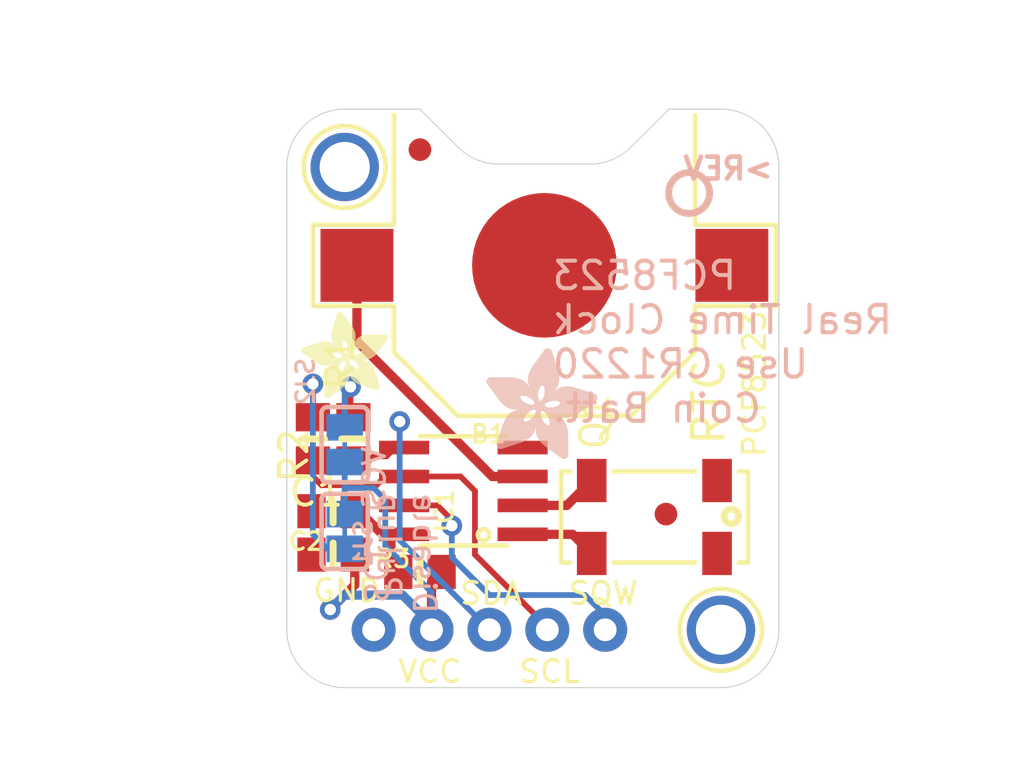
<source format=kicad_pcb>
(kicad_pcb (version 20171130) (host pcbnew 5.1.4-e60b266~84~ubuntu18.04.1)
  (layers (0 Top signal) (1 Route2 signal) (2 Route3 signal) (3 Route4 signal) (4 Route5 signal) (5 Route6 signal) (6 Route7 signal) (7 Route8 signal) (8 Route9 signal) (9 Route10 signal) (10 Route11 signal) (11 Route12 signal) (12 Route13 signal) (13 Route14 signal) (14 Route15 signal) (31 Bottom signal) (34 B.Paste user) (35 F.Paste user) (36 B.SilkS user) (37 F.SilkS user) (38 B.Mask user) (39 F.Mask user) (44 Edge.Cuts user))
  (net 0 "")
  (net 1 GND)
  (net 2 VCC)
  (net 3 "Net-(IC1-Pad2)")
  (net 4 "Net-(IC1-Pad1)")
  (net 5 /SCL)
  (net 6 "Net-(R2-Pad1)")
  (net 7 "Net-(R1-Pad2)")
  (net 8 /SDA)
  (net 9 /SQW)
  (net 10 "Net-(C1-Pad1)")
  (net 11 "Net-(B1-Pad+$1)")
  (module "Adafruit PCF8523 RTC:CRYSTAL_8X3.8" (layer Top) (at 153.8351 110.2106)
    (fp_text reference Q1 (at -1.9 -2.854 90) (layer F.SilkS) (effects (font (size 1.2065 1.2065) (thickness 0.16891)) (justify left bottom)))
    (fp_text value 32.768)
    (pad P$4 smd rect (at -2.75 -1.6) (size 1.3 1.9) (layers Top F.Paste F.Mask) (net 3 "Net-(IC1-Pad2)"))
    (pad P$3 smd rect (at 2.75 -1.6) (size 1.3 1.9) (layers Top F.Paste F.Mask))
    (pad P$2 smd rect (at 2.75 1.6) (size 1.3 1.9) (layers Top F.Paste F.Mask))
    (pad P$1 smd rect (at -2.75 1.6) (size 1.3 1.9) (layers Top F.Paste F.Mask) (net 4 "Net-(IC1-Pad1)"))
  )
  (module "Adafruit PCF8523 RTC:0805-NO" (layer Top) (at 138.8491 106.7816 270)
    (fp_text reference R2 (at 2.032 0.127 90) (layer F.SilkS) (effects (font (size 1.2065 1.2065) (thickness 0.16891)) (justify left bottom)))
    (fp_text value 10K)
    (pad 2 smd rect (at 0.95 0 270) (size 1.24 1.5) (layers Top F.Paste F.Mask) (net 5 /SCL))
    (pad 1 smd rect (at -0.95 0 270) (size 1.24 1.5) (layers Top F.Paste F.Mask) (net 6 "Net-(R2-Pad1)"))
  )
  (module "Adafruit PCF8523 RTC:0805-NO" (layer Top) (at 140.6271 106.7816 90)
    (fp_text reference R1 (at 2.032 0.127 90) (layer F.SilkS) (effects (font (size 1.2065 1.2065) (thickness 0.16891)) (justify left bottom)))
    (fp_text value 10K)
    (pad 2 smd rect (at 0.95 0 90) (size 1.24 1.5) (layers Top F.Paste F.Mask) (net 7 "Net-(R1-Pad2)"))
    (pad 1 smd rect (at -0.95 0 90) (size 1.24 1.5) (layers Top F.Paste F.Mask) (net 8 /SDA))
  )
  (module "Adafruit PCF8523 RTC:1X05_ROUND_76" (layer Top) (at 146.5961 115.1636 180)
    (fp_text reference JP2 hide)
    (fp_text value HEADER-1X576MIL)
    (pad 5 thru_hole circle (at 5.08 0 270) (size 1.9304 1.9304) (drill 1) (layers *.Cu *.Mask) (net 1 GND))
    (pad 4 thru_hole circle (at 2.54 0 270) (size 1.9304 1.9304) (drill 1) (layers *.Cu *.Mask) (net 2 VCC))
    (pad 3 thru_hole circle (at 0 0 270) (size 1.9304 1.9304) (drill 1) (layers *.Cu *.Mask) (net 8 /SDA))
    (pad 2 thru_hole circle (at -2.54 0 270) (size 1.9304 1.9304) (drill 1) (layers *.Cu *.Mask) (net 5 /SCL))
    (pad 1 thru_hole circle (at -5.08 0 270) (size 1.9304 1.9304) (drill 1) (layers *.Cu *.Mask) (net 9 /SQW))
  )
  (module "Adafruit PCF8523 RTC:0805-NO" (layer Top) (at 139.7381 109.9566 180)
    (fp_text reference C1 (at 2.032 0.127) (layer F.SilkS) (effects (font (size 1.2065 1.2065) (thickness 0.16891)) (justify left bottom)))
    (fp_text value 10uF)
    (pad 2 smd rect (at 0.95 0 180) (size 1.24 1.5) (layers Top F.Paste F.Mask) (net 1 GND))
    (pad 1 smd rect (at -0.95 0 180) (size 1.24 1.5) (layers Top F.Paste F.Mask) (net 10 "Net-(C1-Pad1)"))
  )
  (module "Adafruit PCF8523 RTC:ADAFRUIT_3.5MM" (layer Top) (at 142.1511 105.0036 90)
    (fp_text reference U$2 hide)
    (fp_text value "" hide)
  )
  (module "Adafruit PCF8523 RTC:CR1220" (layer Top) (at 149.0091 99.1616)
    (fp_text reference B1 (at -3.302 7.86) (layer F.SilkS) (effects (font (size 0.77216 0.77216) (thickness 0.138988)) (justify left bottom)))
    (fp_text value CR1220)
    (pad +$2 smd rect (at 8.2254 0) (size 3.2 3.2) (layers Top F.Paste F.Mask))
    (pad +$1 smd rect (at -8.2254 0) (size 3.2 3.2) (layers Top F.Paste F.Mask) (net 11 "Net-(B1-Pad+$1)"))
    (pad - smd roundrect (at 0 0) (size 6.35 6.35) (layers Top F.Mask) (roundrect_rratio 0.5) (net 1 GND))
  )
  (module "Adafruit PCF8523 RTC:MOUNTINGHOLE_2.0_PLATED" (layer Top) (at 140.2461 94.8436 90)
    (fp_text reference U$1 hide)
    (fp_text value MOUNTINGHOLE2.0 hide)
    (pad P$1 thru_hole circle (at 0 0 90) (size 3 3) (drill 2.2) (layers *.Cu *.Mask))
  )
  (module "Adafruit PCF8523 RTC:MOUNTINGHOLE_2.0_PLATED" (layer Top) (at 156.7561 115.1636 90)
    (fp_text reference U$4 hide)
    (fp_text value MOUNTINGHOLE2.0 hide)
    (pad P$1 thru_hole circle (at 0 0 90) (size 3 3) (drill 2.2) (layers *.Cu *.Mask))
  )
  (module "Adafruit PCF8523 RTC:FIDUCIAL_1MM" (layer Top) (at 143.5481 94.0816 90)
    (fp_text reference FID1 hide)
    (fp_text value FIDUCIAL"" hide)
    (pad 1 smd roundrect (at 0 0 90) (size 1 1) (layers Top F.Mask) (roundrect_rratio 0.5))
  )
  (module "Adafruit PCF8523 RTC:FIDUCIAL_1MM" (layer Top) (at 154.3431 110.0836 90)
    (fp_text reference FID2 hide)
    (fp_text value FIDUCIAL"" hide)
    (pad 1 smd roundrect (at 0 0 90) (size 1 1) (layers Top F.Mask) (roundrect_rratio 0.5))
  )
  (module "Adafruit PCF8523 RTC:PCBFEAT-REV-040" (layer Bottom) (at 155.3591 95.9866)
    (fp_text reference U$3 hide)
    (fp_text value "" hide)
    (fp_text user >REV (at -0.3556 -0.508) (layer B.SilkS) (effects (font (size 0.9652 0.9652) (thickness 0.2032)) (justify right bottom mirror)))
  )
  (module "Adafruit PCF8523 RTC:SOIC8_150MIL" (layer Top) (at 145.4531 109.0676 90)
    (fp_text reference IC1 (at -1.905 -0.381 90) (layer F.SilkS) (effects (font (size 0.77216 0.77216) (thickness 0.138988)) (justify left bottom)))
    (fp_text value RTC_PCF8523T)
    (pad 5 smd rect (at 1.905 -2.6 90) (size 0.6 2.2) (layers Top F.Paste F.Mask) (net 8 /SDA))
    (pad 6 smd rect (at 0.635 -2.6 90) (size 0.6 2.2) (layers Top F.Paste F.Mask) (net 5 /SCL))
    (pad 8 smd rect (at -1.905 -2.6 90) (size 0.6 2.2) (layers Top F.Paste F.Mask) (net 10 "Net-(C1-Pad1)"))
    (pad 4 smd rect (at 1.905 2.6 90) (size 0.6 2.2) (layers Top F.Paste F.Mask) (net 1 GND))
    (pad 3 smd rect (at 0.635 2.6 90) (size 0.6 2.2) (layers Top F.Paste F.Mask) (net 11 "Net-(B1-Pad+$1)"))
    (pad 1 smd rect (at -1.905 2.6 90) (size 0.6 2.2) (layers Top F.Paste F.Mask) (net 4 "Net-(IC1-Pad1)"))
    (pad 7 smd rect (at -0.635 -2.6 90) (size 0.6 2.2) (layers Top F.Paste F.Mask) (net 9 /SQW))
    (pad 2 smd rect (at -0.635 2.6 90) (size 0.6 2.2) (layers Top F.Paste F.Mask) (net 3 "Net-(IC1-Pad2)"))
  )
  (module "Adafruit PCF8523 RTC:SOLDERJUMPER_CLOSEDWIRE" (layer Bottom) (at 140.2461 110.8456 90)
    (fp_text reference SJ1 (at -1.651 1.27 90) (layer B.SilkS) (effects (font (size 0.77216 0.77216) (thickness 0.138988)) (justify right bottom mirror)))
    (fp_text value SOLDERJUMPER_CLOSED)
    (pad WIRE smd rect (at 0 0 90) (size 0.635 0.2032) (layers Bottom B.Mask))
    (pad 2 smd rect (at 0.762 0 90) (size 1.1684 1.6002) (layers Bottom B.Mask) (net 2 VCC))
    (pad 1 smd rect (at -0.762 0 90) (size 1.1684 1.6002) (layers Bottom B.Mask) (net 6 "Net-(R2-Pad1)"))
  )
  (module "Adafruit PCF8523 RTC:SOLDERJUMPER_CLOSEDWIRE" (layer Bottom) (at 140.2461 107.0356 270)
    (fp_text reference SJ2 (at -1.651 1.27 90) (layer B.SilkS) (effects (font (size 0.77216 0.77216) (thickness 0.138988)) (justify right bottom mirror)))
    (fp_text value SOLDERJUMPER_CLOSED)
    (pad WIRE smd rect (at 0 0 270) (size 0.635 0.2032) (layers Bottom B.Mask))
    (pad 2 smd rect (at 0.762 0 270) (size 1.1684 1.6002) (layers Bottom B.Mask) (net 2 VCC))
    (pad 1 smd rect (at -0.762 0 270) (size 1.1684 1.6002) (layers Bottom B.Mask) (net 7 "Net-(R1-Pad2)"))
  )
  (module "Adafruit PCF8523 RTC:ADAFRUIT_5MM" (layer Bottom) (at 146.4691 107.6706 90)
    (fp_text reference U$5 hide)
    (fp_text value "" hide)
  )
  (module "Adafruit PCF8523 RTC:0805-NO" (layer Top) (at 143.5481 112.6236 180)
    (fp_text reference R3 (at 2.032 0.127) (layer F.SilkS) (effects (font (size 0.77216 0.77216) (thickness 0.138988)) (justify left bottom)))
    (fp_text value 1K)
    (pad 2 smd rect (at 0.95 0 180) (size 1.24 1.5) (layers Top F.Paste F.Mask) (net 10 "Net-(C1-Pad1)"))
    (pad 1 smd rect (at -0.95 0 180) (size 1.24 1.5) (layers Top F.Paste F.Mask) (net 2 VCC))
  )
  (module "Adafruit PCF8523 RTC:0805-NO" (layer Top) (at 139.7381 111.8616 180)
    (fp_text reference C2 (at 2.032 0.127) (layer F.SilkS) (effects (font (size 0.77216 0.77216) (thickness 0.138988)) (justify left bottom)))
    (fp_text value 10uF)
    (pad 2 smd rect (at 0.95 0 180) (size 1.24 1.5) (layers Top F.Paste F.Mask) (net 1 GND))
    (pad 1 smd rect (at -0.95 0 180) (size 1.24 1.5) (layers Top F.Paste F.Mask) (net 2 VCC))
  )
  (gr_line (start 154.4701 92.3036) (end 156.7561 92.3036) (layer Edge.Cuts) (width 0.05))
  (gr_arc (start 156.7561 94.8436) (end 156.7561 92.3036) (angle 90) (layer Edge.Cuts) (width 0.05))
  (gr_line (start 159.2961 94.8436) (end 159.2961 115.1636) (layer Edge.Cuts) (width 0.05))
  (gr_arc (start 156.7561 115.1636) (end 159.2961 115.1636) (angle 90) (layer Edge.Cuts) (width 0.05))
  (gr_line (start 156.7561 117.7036) (end 140.2461 117.7036) (layer Edge.Cuts) (width 0.05))
  (gr_arc (start 140.2461 115.1636) (end 140.2461 117.7036) (angle 90) (layer Edge.Cuts) (width 0.05))
  (gr_line (start 137.7061 115.1636) (end 137.7061 94.8436) (layer Edge.Cuts) (width 0.05))
  (gr_arc (start 140.2461 94.8436) (end 137.7061 94.8436) (angle 90) (layer Edge.Cuts) (width 0.05))
  (gr_line (start 140.2461 92.3036) (end 143.5481 92.3036) (layer Edge.Cuts) (width 0.05))
  (gr_line (start 143.5481 92.3036) (end 145.21715 93.97265) (layer Edge.Cuts) (width 0.05))
  (gr_arc (start 147.013201 92.176601) (end 145.21715 93.97265) (angle -45.00007) (layer Edge.Cuts) (width 0.05))
  (gr_line (start 147.013203 94.7166) (end 151.004996 94.7166) (layer Edge.Cuts) (width 0.05))
  (gr_arc (start 151.004997 92.176599) (end 151.004996 94.7166) (angle -45.00005) (layer Edge.Cuts) (width 0.05))
  (gr_line (start 152.80105 93.97265) (end 154.4701 92.3036) (layer Edge.Cuts) (width 0.05))
  (gr_text PCF8523 (at 158.7881 107.6706 90) (layer F.SilkS) (effects (font (size 0.9652 0.9652) (thickness 0.14224)) (justify left bottom)))
  (gr_text RTC (at 157.0101 107.1626 90) (layer F.SilkS) (effects (font (size 1.35128 1.35128) (thickness 0.199136)) (justify left bottom)))
  (gr_text SCL (at 150.6601 116.4336) (layer F.SilkS) (effects (font (size 0.9652 0.9652) (thickness 0.14224)) (justify right top)))
  (gr_text SDA (at 148.1201 113.0046) (layer F.SilkS) (effects (font (size 0.9652 0.9652) (thickness 0.14224)) (justify right top)))
  (gr_text VCC (at 145.4531 116.4336) (layer F.SilkS) (effects (font (size 0.9652 0.9652) (thickness 0.14224)) (justify right top)))
  (gr_text GND (at 141.8971 112.8776) (layer F.SilkS) (effects (font (size 0.9652 0.9652) (thickness 0.14224)) (justify right top)))
  (gr_text SQW (at 153.2001 113.0046) (layer F.SilkS) (effects (font (size 0.9652 0.9652) (thickness 0.14224)) (justify right top)))
  (gr_text SCL (at 142.1511 111.2266 -90) (layer B.SilkS) (effects (font (size 0.9652 0.9652) (thickness 0.14224)) (justify right top mirror)))
  (gr_text SDA (at 142.0241 107.0356 -90) (layer B.SilkS) (effects (font (size 0.9652 0.9652) (thickness 0.14224)) (justify right top mirror)))
  (gr_text "Disable\nPullup" (at 144.3101 109.0676 -90) (layer B.SilkS) (effects (font (size 0.9652 0.9652) (thickness 0.14224)) (justify right top mirror)))
  (gr_text "PCF8523\nReal Time Clock\nUse CR1220\nCoin Batt." (at 149.2631 98.9076) (layer B.SilkS) (effects (font (size 1.2065 1.2065) (thickness 0.1778)) (justify right top mirror)))
  (segment (start 140.2461 110.0836) (end 140.2461 108.9406) (width 0.254) (layer Bottom) (net 2))
  (segment (start 144.0561 115.1636) (end 144.0561 113.5126) (width 0.254) (layer Bottom) (net 2))
  (segment (start 144.0561 113.5126) (end 142.0241 111.4806) (width 0.254) (layer Bottom) (net 2))
  (segment (start 142.0241 111.4806) (end 142.0241 109.4486) (width 0.254) (layer Bottom) (net 2))
  (segment (start 142.0241 109.4486) (end 141.5161 108.9406) (width 0.254) (layer Bottom) (net 2))
  (segment (start 141.5161 108.9406) (end 140.2461 108.9406) (width 0.254) (layer Bottom) (net 2))
  (segment (start 144.4981 112.6236) (end 144.0561 113.0656) (width 0.4064) (layer Top) (net 2))
  (segment (start 144.0561 113.0656) (end 144.0561 115.1636) (width 0.4064) (layer Top) (net 2))
  (segment (start 140.2461 108.9406) (end 140.2461 107.7976) (width 0.254) (layer Bottom) (net 2))
  (segment (start 140.6881 111.8616) (end 140.6881 113.1976) (width 0.4064) (layer Top) (net 2))
  (segment (start 140.6881 113.1976) (end 139.6111 114.2746) (width 0.4064) (layer Top) (net 2))
  (via (at 139.6111 114.2746) (size 0.9064) (drill 0.5) (layers Top Bottom) (net 2))
  (segment (start 139.6111 114.2746) (end 140.2461 113.6396) (width 0.4064) (layer Bottom) (net 2))
  (segment (start 140.2461 113.6396) (end 142.7861 113.6396) (width 0.4064) (layer Bottom) (net 2))
  (segment (start 142.7861 113.6396) (end 144.0561 114.9096) (width 0.4064) (layer Bottom) (net 2))
  (segment (start 144.0561 114.9096) (end 144.0561 115.1636) (width 0.4064) (layer Bottom) (net 2))
  (segment (start 146.5961 115.1636) (end 142.6591 111.2266) (width 0.254) (layer Bottom) (net 8))
  (segment (start 142.6591 111.2266) (end 142.6591 106.0196) (width 0.254) (layer Bottom) (net 8))
  (via (at 142.6591 106.0196) (size 0.9064) (drill 0.5) (layers Top Bottom) (net 8))
  (segment (start 142.6591 106.0196) (end 142.6591 106.9686) (width 0.254) (layer Top) (net 8))
  (segment (start 142.6591 106.9686) (end 142.8531 107.1626) (width 0.254) (layer Top) (net 8))
  (segment (start 142.6591 106.9686) (end 142.0841 107.5436) (width 0.254) (layer Top) (net 8))
  (segment (start 142.0841 107.5436) (end 141.5161 107.5436) (width 0.254) (layer Top) (net 8))
  (segment (start 141.5161 107.5436) (end 141.3281 107.7316) (width 0.254) (layer Top) (net 8))
  (segment (start 141.3281 107.7316) (end 140.6271 107.7316) (width 0.254) (layer Top) (net 8))
  (segment (start 149.1361 115.1636) (end 149.1361 115.0366) (width 0.254) (layer Top) (net 5))
  (segment (start 149.1361 115.0366) (end 145.9611 111.8616) (width 0.254) (layer Top) (net 5))
  (segment (start 145.9611 111.8616) (end 145.9611 109.0676) (width 0.254) (layer Top) (net 5))
  (segment (start 145.9611 109.0676) (end 145.3261 108.4326) (width 0.254) (layer Top) (net 5))
  (segment (start 145.3261 108.4326) (end 142.8531 108.4326) (width 0.254) (layer Top) (net 5))
  (segment (start 142.8531 108.4326) (end 142.0241 108.4326) (width 0.254) (layer Top) (net 5))
  (segment (start 142.0241 108.4326) (end 141.6431 108.8136) (width 0.254) (layer Top) (net 5))
  (segment (start 141.6431 108.8136) (end 139.2301 108.8136) (width 0.254) (layer Top) (net 5))
  (segment (start 139.2301 108.8136) (end 138.8491 108.4326) (width 0.254) (layer Top) (net 5))
  (segment (start 138.8491 108.4326) (end 138.8491 107.7316) (width 0.254) (layer Top) (net 5))
  (segment (start 148.0531 110.9726) (end 150.2471 110.9726) (width 0.4064) (layer Top) (net 4))
  (segment (start 150.2471 110.9726) (end 151.0851 111.8106) (width 0.4064) (layer Top) (net 4))
  (segment (start 148.0531 109.7026) (end 149.9931 109.7026) (width 0.4064) (layer Top) (net 3))
  (segment (start 149.9931 109.7026) (end 151.0851 108.6106) (width 0.4064) (layer Top) (net 3))
  (segment (start 146.7231 108.4326) (end 140.7837 102.4932) (width 0.4064) (layer Top) (net 11))
  (segment (start 140.7837 102.4932) (end 140.7837 99.1616) (width 0.4064) (layer Top) (net 11))
  (segment (start 146.7231 108.4326) (end 148.0531 108.4326) (width 0.4064) (layer Top) (net 11))
  (segment (start 151.6761 115.1636) (end 151.6761 114.5286) (width 0.254) (layer Bottom) (net 9))
  (segment (start 151.6761 114.5286) (end 150.7871 113.6396) (width 0.254) (layer Bottom) (net 9))
  (segment (start 150.7871 113.6396) (end 146.5961 113.6396) (width 0.254) (layer Bottom) (net 9))
  (segment (start 146.5961 113.6396) (end 144.9451 111.9886) (width 0.254) (layer Bottom) (net 9))
  (segment (start 144.9451 111.9886) (end 144.9451 110.5916) (width 0.254) (layer Bottom) (net 9))
  (via (at 144.9451 110.5916) (size 0.9064) (drill 0.5) (layers Top Bottom) (net 9))
  (segment (start 144.9451 110.5916) (end 144.9451 110.3376) (width 0.254) (layer Top) (net 9))
  (segment (start 144.9451 110.3376) (end 144.3101 109.7026) (width 0.254) (layer Top) (net 9))
  (segment (start 142.8531 109.7026) (end 144.3101 109.7026) (width 0.254) (layer Top) (net 9))
  (via (at 138.8491 104.3686) (size 0.9064) (drill 0.5) (layers Top Bottom) (net 6))
  (segment (start 138.8491 105.8316) (end 138.8491 104.3686) (width 0.254) (layer Top) (net 6))
  (segment (start 139.4841 111.6076) (end 138.8491 110.9726) (width 0.254) (layer Bottom) (net 6))
  (segment (start 138.8491 110.9726) (end 138.8491 104.3686) (width 0.254) (layer Bottom) (net 6))
  (segment (start 139.4841 111.6076) (end 140.2461 111.6076) (width 0.254) (layer Bottom) (net 6))
  (via (at 140.5001 104.4956) (size 0.9064) (drill 0.5) (layers Top Bottom) (net 7))
  (segment (start 140.2461 106.2736) (end 140.2461 104.7496) (width 0.254) (layer Bottom) (net 7))
  (segment (start 140.2461 104.7496) (end 140.5001 104.4956) (width 0.254) (layer Bottom) (net 7))
  (segment (start 140.6271 105.8316) (end 140.5001 105.7046) (width 0.254) (layer Top) (net 7))
  (segment (start 140.5001 105.7046) (end 140.5001 104.4956) (width 0.254) (layer Top) (net 7))
  (segment (start 140.6881 109.9566) (end 140.8811 109.9566) (width 0.4064) (layer Top) (net 10))
  (segment (start 140.8811 109.9566) (end 141.8971 110.9726) (width 0.4064) (layer Top) (net 10))
  (segment (start 141.8971 110.9726) (end 142.2781 110.9726) (width 0.4064) (layer Top) (net 10))
  (segment (start 142.2781 110.9726) (end 142.8531 110.9726) (width 0.4064) (layer Top) (net 10))
  (segment (start 142.5981 112.6236) (end 142.2781 112.3036) (width 0.4064) (layer Top) (net 10))
  (segment (start 142.2781 112.3036) (end 142.2781 110.9726) (width 0.4064) (layer Top) (net 10))
)
</source>
